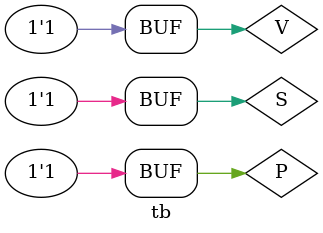
<source format=v>
module tb();

    reg S,P,V;
    wire LED;

    combinational dut (
        .S(S),
        .P(P),
        .V(V),
        .LED(LED)
    );

    initial begin
      S <= 1'b0;
      P <= 1'b0;
      V <= 1'b0;
      #100;

      S <= 1'b0;
      P <= 1'b0;
      V <= 1'b1;
      #100;

      S <= 1'b0;
      P <= 1'b1;
      V <= 1'b0;
      #100;

      S <= 1'b0;
      P <= 1'b1;
      V <= 1'b1;
      #100;

      S <= 1'b1;
      P <= 1'b0;
      V <= 1'b0;
      #100;

      S <= 1'b1;
      P <= 1'b0;
      V <= 1'b1;
      #100;

      S <= 1'b1;
      P <= 1'b1;
      V <= 1'b0;
      #100;

      S <= 1'b1;
      P <= 1'b1;
      V <= 1'b1;
      #100;

    end

    initial begin
      $dumpfile("dump.vcd");
      $dumpvars(0);
    end

endmodule
</source>
